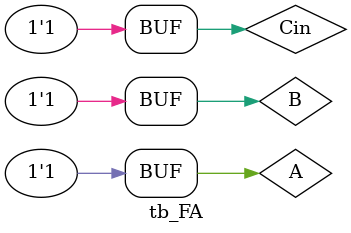
<source format=v>
module tb_FA();

wire C, S;
reg A, B , Cin;
full_adder my_full_adder(A, B, Cin, S , C);

initial	begin
	
	A = 0;
	B = 0;
	Cin = 0;
	#10;

	A = 0;
	B = 0;
	Cin = 1;
	#10;
	
	A = 0;
	B = 1;
	Cin = 0;
	#10;

	A = 0;
	B = 1;
	Cin = 1;
	#10;
	
	A = 1;
	B = 0;
	Cin = 0;
	#10;
	
	A = 1;
	B = 0;
	Cin = 1;
	#10;
	
	A = 1;
	B = 1;
	Cin = 0;
	#10;
	
	A = 1;
	B = 1;
	Cin = 1;
	#10;	
	end

endmodule

</source>
